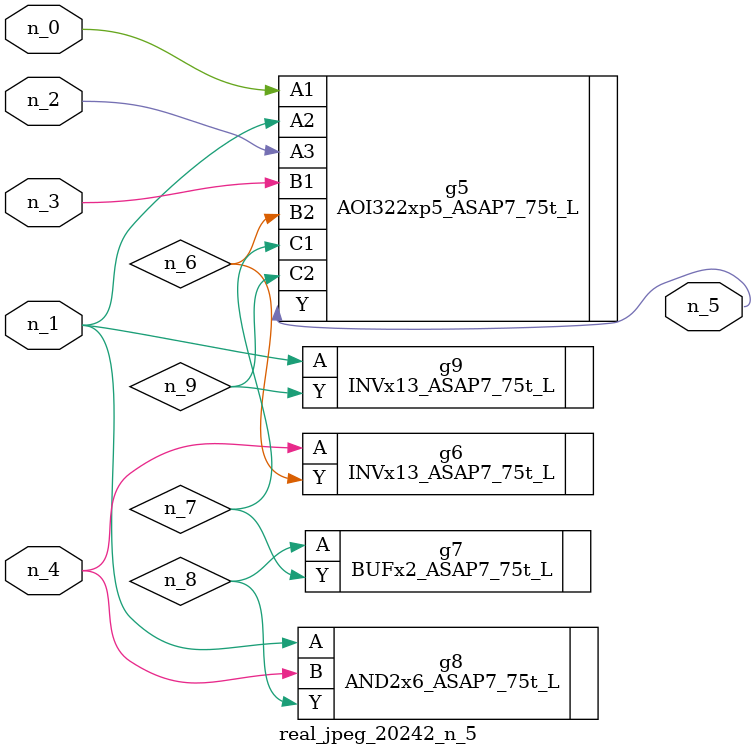
<source format=v>
module real_jpeg_20242_n_5 (n_4, n_0, n_1, n_2, n_3, n_5);

input n_4;
input n_0;
input n_1;
input n_2;
input n_3;

output n_5;

wire n_8;
wire n_6;
wire n_7;
wire n_9;

AOI322xp5_ASAP7_75t_L g5 ( 
.A1(n_0),
.A2(n_1),
.A3(n_2),
.B1(n_3),
.B2(n_6),
.C1(n_7),
.C2(n_9),
.Y(n_5)
);

AND2x6_ASAP7_75t_L g8 ( 
.A(n_1),
.B(n_4),
.Y(n_8)
);

INVx13_ASAP7_75t_L g9 ( 
.A(n_1),
.Y(n_9)
);

INVx13_ASAP7_75t_L g6 ( 
.A(n_4),
.Y(n_6)
);

BUFx2_ASAP7_75t_L g7 ( 
.A(n_8),
.Y(n_7)
);


endmodule
</source>
